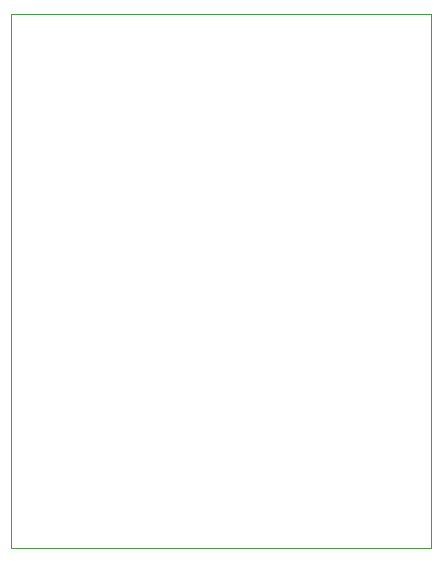
<source format=gbr>
G04 #@! TF.GenerationSoftware,KiCad,Pcbnew,5.1.0*
G04 #@! TF.CreationDate,2019-03-28T19:40:46+01:00*
G04 #@! TF.ProjectId,hc05-bb,68633035-2d62-4622-9e6b-696361645f70,rev?*
G04 #@! TF.SameCoordinates,Original*
G04 #@! TF.FileFunction,Profile,NP*
%FSLAX46Y46*%
G04 Gerber Fmt 4.6, Leading zero omitted, Abs format (unit mm)*
G04 Created by KiCad (PCBNEW 5.1.0) date 2019-03-28 19:40:46*
%MOMM*%
%LPD*%
G04 APERTURE LIST*
%ADD10C,0.120000*%
G04 APERTURE END LIST*
D10*
X20320000Y-64008000D02*
X55880000Y-64008000D01*
X55880000Y-109220000D02*
X55880000Y-64008000D01*
X20320000Y-64008000D02*
X20320000Y-109220000D01*
X20320000Y-109220000D02*
X55880000Y-109220000D01*
M02*

</source>
